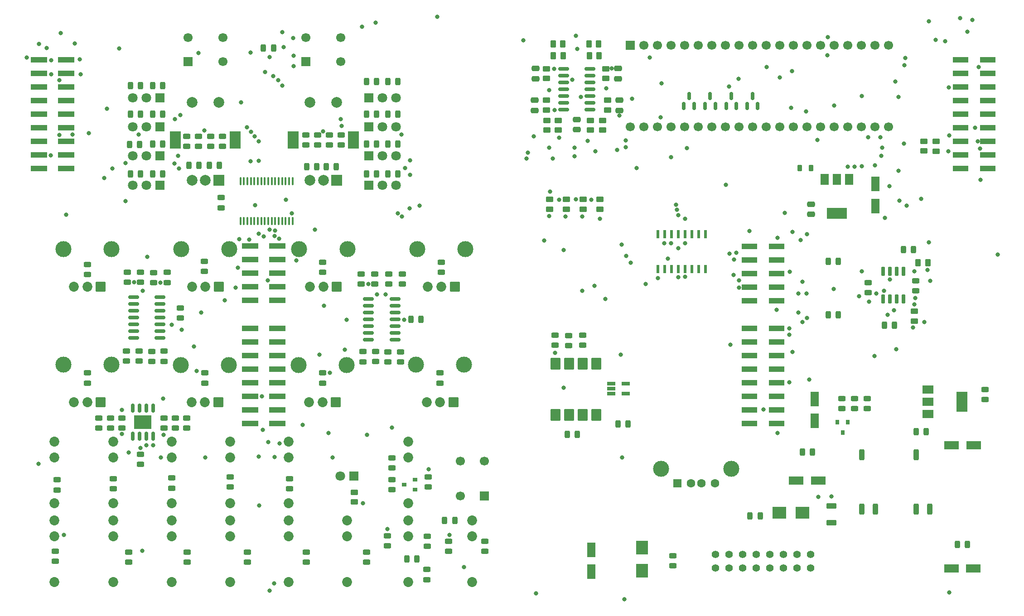
<source format=gbr>
%TF.GenerationSoftware,KiCad,Pcbnew,(6.0.10)*%
%TF.CreationDate,2023-02-08T13:20:31+00:00*%
%TF.ProjectId,fjol-daisy,666a6f6c-2d64-4616-9973-792e6b696361,rev?*%
%TF.SameCoordinates,Original*%
%TF.FileFunction,Soldermask,Top*%
%TF.FilePolarity,Negative*%
%FSLAX46Y46*%
G04 Gerber Fmt 4.6, Leading zero omitted, Abs format (unit mm)*
G04 Created by KiCad (PCBNEW (6.0.10)) date 2023-02-08 13:20:31*
%MOMM*%
%LPD*%
G01*
G04 APERTURE LIST*
G04 Aperture macros list*
%AMRoundRect*
0 Rectangle with rounded corners*
0 $1 Rounding radius*
0 $2 $3 $4 $5 $6 $7 $8 $9 X,Y pos of 4 corners*
0 Add a 4 corners polygon primitive as box body*
4,1,4,$2,$3,$4,$5,$6,$7,$8,$9,$2,$3,0*
0 Add four circle primitives for the rounded corners*
1,1,$1+$1,$2,$3*
1,1,$1+$1,$4,$5*
1,1,$1+$1,$6,$7*
1,1,$1+$1,$8,$9*
0 Add four rect primitives between the rounded corners*
20,1,$1+$1,$2,$3,$4,$5,0*
20,1,$1+$1,$4,$5,$6,$7,0*
20,1,$1+$1,$6,$7,$8,$9,0*
20,1,$1+$1,$8,$9,$2,$3,0*%
G04 Aperture macros list end*
%ADD10RoundRect,0.250000X0.700000X-0.275000X0.700000X0.275000X-0.700000X0.275000X-0.700000X-0.275000X0*%
%ADD11RoundRect,0.243750X-0.243750X-0.456250X0.243750X-0.456250X0.243750X0.456250X-0.243750X0.456250X0*%
%ADD12RoundRect,0.243750X0.243750X0.456250X-0.243750X0.456250X-0.243750X-0.456250X0.243750X-0.456250X0*%
%ADD13RoundRect,0.150000X0.150000X-0.725000X0.150000X0.725000X-0.150000X0.725000X-0.150000X-0.725000X0*%
%ADD14RoundRect,0.137500X0.137500X-0.662500X0.137500X0.662500X-0.137500X0.662500X-0.137500X-0.662500X0*%
%ADD15RoundRect,0.150000X0.825000X0.150000X-0.825000X0.150000X-0.825000X-0.150000X0.825000X-0.150000X0*%
%ADD16RoundRect,0.243750X-0.456250X0.243750X-0.456250X-0.243750X0.456250X-0.243750X0.456250X0.243750X0*%
%ADD17RoundRect,0.250000X1.137500X0.550000X-1.137500X0.550000X-1.137500X-0.550000X1.137500X-0.550000X0*%
%ADD18RoundRect,0.243750X0.456250X-0.243750X0.456250X0.243750X-0.456250X0.243750X-0.456250X-0.243750X0*%
%ADD19RoundRect,0.250000X0.550000X-1.137500X0.550000X1.137500X-0.550000X1.137500X-0.550000X-1.137500X0*%
%ADD20RoundRect,0.250000X-0.550000X1.137500X-0.550000X-1.137500X0.550000X-1.137500X0.550000X1.137500X0*%
%ADD21R,2.500000X2.300000*%
%ADD22R,2.300000X2.500000*%
%ADD23R,1.560000X0.650000*%
%ADD24R,3.150000X1.000000*%
%ADD25R,3.000000X1.000000*%
%ADD26R,0.900000X0.800000*%
%ADD27R,1.500000X2.000000*%
%ADD28R,3.800000X2.000000*%
%ADD29R,2.000000X1.500000*%
%ADD30R,2.000000X3.800000*%
%ADD31RoundRect,0.101600X-0.800000X-1.000000X0.800000X-1.000000X0.800000X1.000000X-0.800000X1.000000X0*%
%ADD32RoundRect,0.101600X0.800000X1.000000X-0.800000X1.000000X-0.800000X-1.000000X0.800000X-1.000000X0*%
%ADD33R,0.800000X0.900000*%
%ADD34RoundRect,0.250000X-1.137500X-0.550000X1.137500X-0.550000X1.137500X0.550000X-1.137500X0.550000X0*%
%ADD35RoundRect,0.100000X0.100000X-0.637500X0.100000X0.637500X-0.100000X0.637500X-0.100000X-0.637500X0*%
%ADD36RoundRect,0.150000X-0.150000X0.662500X-0.150000X-0.662500X0.150000X-0.662500X0.150000X0.662500X0*%
%ADD37R,3.200000X2.514000*%
%ADD38RoundRect,0.250000X0.450000X-0.262500X0.450000X0.262500X-0.450000X0.262500X-0.450000X-0.262500X0*%
%ADD39RoundRect,0.150000X0.150000X-0.587500X0.150000X0.587500X-0.150000X0.587500X-0.150000X-0.587500X0*%
%ADD40RoundRect,0.250000X-0.450000X0.262500X-0.450000X-0.262500X0.450000X-0.262500X0.450000X0.262500X0*%
%ADD41RoundRect,0.250000X-0.262500X-0.450000X0.262500X-0.450000X0.262500X0.450000X-0.262500X0.450000X0*%
%ADD42RoundRect,0.250000X0.475000X-0.250000X0.475000X0.250000X-0.475000X0.250000X-0.475000X-0.250000X0*%
%ADD43RoundRect,0.250000X0.250000X-0.800000X0.250000X0.800000X-0.250000X0.800000X-0.250000X-0.800000X0*%
%ADD44RoundRect,0.218750X0.218750X0.381250X-0.218750X0.381250X-0.218750X-0.381250X0.218750X-0.381250X0*%
%ADD45RoundRect,0.250000X-0.475000X0.250000X-0.475000X-0.250000X0.475000X-0.250000X0.475000X0.250000X0*%
%ADD46RoundRect,0.150000X-0.825000X-0.150000X0.825000X-0.150000X0.825000X0.150000X-0.825000X0.150000X0*%
%ADD47RoundRect,0.250000X0.262500X0.450000X-0.262500X0.450000X-0.262500X-0.450000X0.262500X-0.450000X0*%
%ADD48C,1.853200*%
%ADD49RoundRect,0.101600X-0.825000X0.825000X-0.825000X-0.825000X0.825000X-0.825000X0.825000X0.825000X0*%
%ADD50C,2.997200*%
%ADD51R,1.700000X1.700000*%
%ADD52C,1.700000*%
%ADD53C,1.422400*%
%ADD54R,2.000000X2.000000*%
%ADD55C,2.000000*%
%ADD56R,2.000000X3.200000*%
%ADD57R,1.800000X1.800000*%
%ADD58C,1.800000*%
%ADD59R,1.600000X1.500000*%
%ADD60C,1.600000*%
%ADD61C,3.000000*%
%ADD62C,0.800000*%
G04 APERTURE END LIST*
D10*
%TO.C,L1*%
X243370100Y-146263100D03*
X243370100Y-143113100D03*
%TD*%
D11*
%TO.C,D3*%
X194007500Y-129794000D03*
X195882500Y-129794000D03*
%TD*%
D12*
%TO.C,L2*%
X261061200Y-129235200D03*
X259186200Y-129235200D03*
%TD*%
D13*
%TO.C,U6*%
X252984000Y-104429000D03*
X254254000Y-104429000D03*
X255524000Y-104429000D03*
X256794000Y-104429000D03*
X256794000Y-99279000D03*
X255524000Y-99279000D03*
X254254000Y-99279000D03*
X252984000Y-99279000D03*
%TD*%
D14*
%TO.C,U8*%
X210905000Y-98875000D03*
X212175000Y-98875000D03*
X213445000Y-98875000D03*
X214715000Y-98875000D03*
X215985000Y-98875000D03*
X217255000Y-98875000D03*
X218525000Y-98875000D03*
X219795000Y-98875000D03*
X219795000Y-92375000D03*
X218525000Y-92375000D03*
X217255000Y-92375000D03*
X215985000Y-92375000D03*
X214715000Y-92375000D03*
X213445000Y-92375000D03*
X212175000Y-92375000D03*
X210905000Y-92375000D03*
%TD*%
D15*
%TO.C,U10*%
X161776838Y-112111780D03*
X161776838Y-110841780D03*
X161776838Y-109571780D03*
X161776838Y-108301780D03*
X161776838Y-107031780D03*
X161776838Y-105761780D03*
X161776838Y-104491780D03*
X156826838Y-104491780D03*
X156826838Y-105761780D03*
X156826838Y-107031780D03*
X156826838Y-108301780D03*
X156826838Y-109571780D03*
X156826838Y-110841780D03*
X156826838Y-112111780D03*
%TD*%
D16*
%TO.C,C1*%
X272034000Y-121388900D03*
X272034000Y-123263900D03*
%TD*%
D17*
%TO.C,C2*%
X269905500Y-131826000D03*
X265780500Y-131826000D03*
%TD*%
D18*
%TO.C,C4*%
X245322000Y-124951500D03*
X245322000Y-123076500D03*
%TD*%
D17*
%TO.C,C6*%
X240887500Y-138425000D03*
X236762500Y-138425000D03*
%TD*%
D19*
%TO.C,C7*%
X198500000Y-155450000D03*
X198500000Y-151325000D03*
%TD*%
D16*
%TO.C,C8*%
X108613438Y-126721180D03*
X108613438Y-128596180D03*
%TD*%
%TO.C,C9*%
X120725938Y-126708680D03*
X120725938Y-128583680D03*
%TD*%
%TO.C,C15*%
X259080000Y-101043500D03*
X259080000Y-102918500D03*
%TD*%
D18*
%TO.C,C16*%
X250190000Y-103299500D03*
X250190000Y-101424500D03*
%TD*%
D12*
%TO.C,C19*%
X239787500Y-133100000D03*
X237912500Y-133100000D03*
%TD*%
%TO.C,C30*%
X255137500Y-109325000D03*
X253262500Y-109325000D03*
%TD*%
D16*
%TO.C,C32*%
X116299638Y-114245379D03*
X116299638Y-116120379D03*
%TD*%
%TO.C,C33*%
X113962838Y-114194580D03*
X113962838Y-116069580D03*
%TD*%
D18*
%TO.C,C42*%
X158023372Y-101659313D03*
X158023372Y-99784313D03*
%TD*%
%TO.C,C35*%
X114216838Y-101356046D03*
X114216838Y-99481046D03*
%TD*%
D16*
%TO.C,C36*%
X121688438Y-106121180D03*
X121688438Y-107996180D03*
%TD*%
D12*
%TO.C,C37*%
X166663438Y-108296180D03*
X164788438Y-108296180D03*
%TD*%
D16*
%TO.C,C38*%
X158124972Y-114296180D03*
X158124972Y-116171180D03*
%TD*%
%TO.C,C40*%
X160478705Y-114351578D03*
X160478705Y-116226578D03*
%TD*%
D18*
%TO.C,C41*%
X160580305Y-101676246D03*
X160580305Y-99801246D03*
%TD*%
%TO.C,C34*%
X119195238Y-101374512D03*
X119195238Y-99499512D03*
%TD*%
D11*
%TO.C,C46*%
X171064338Y-145830280D03*
X172939338Y-145830280D03*
%TD*%
D20*
%TO.C,C44*%
X251550000Y-82937500D03*
X251550000Y-87062500D03*
%TD*%
D16*
%TO.C,C45*%
X129286000Y-85524100D03*
X129286000Y-87399100D03*
%TD*%
D21*
%TO.C,D1*%
X237925000Y-144425000D03*
X233625000Y-144425000D03*
%TD*%
D22*
%TO.C,D2*%
X207937100Y-155277600D03*
X207937100Y-150977600D03*
%TD*%
D23*
%TO.C,IC1*%
X202175000Y-120250000D03*
X202175000Y-121200000D03*
X202175000Y-122150000D03*
X204875000Y-122150000D03*
X204875000Y-120250000D03*
%TD*%
D24*
%TO.C,J6*%
X134730589Y-94591180D03*
X139780589Y-94591180D03*
X134730589Y-97131180D03*
X139780589Y-97131180D03*
X134730589Y-99671180D03*
X139780589Y-99671180D03*
X134730589Y-102211180D03*
X139780589Y-102211180D03*
X134730589Y-104751180D03*
X139780589Y-104751180D03*
%TD*%
D25*
%TO.C,J10*%
X233078100Y-94595000D03*
X228038100Y-94595000D03*
X233078100Y-97135000D03*
X228038100Y-97135000D03*
X233078100Y-99675000D03*
X228038100Y-99675000D03*
X233078100Y-102215000D03*
X228038100Y-102215000D03*
X233078100Y-104755000D03*
X228038100Y-104755000D03*
%TD*%
D12*
%TO.C,L4*%
X230012500Y-145050000D03*
X228137500Y-145050000D03*
%TD*%
D18*
%TO.C,L5*%
X213715600Y-154313100D03*
X213715600Y-152438100D03*
%TD*%
D11*
%TO.C,L7*%
X137200938Y-57546180D03*
X139075938Y-57546180D03*
%TD*%
D16*
%TO.C,L8*%
X171811338Y-149733780D03*
X171811338Y-151608780D03*
%TD*%
D18*
%TO.C,L9*%
X178605838Y-151642280D03*
X178605838Y-149767280D03*
%TD*%
D16*
%TO.C,L10*%
X167760038Y-155037780D03*
X167760038Y-156912780D03*
%TD*%
D12*
%TO.C,L11*%
X165905000Y-153030000D03*
X164030000Y-153030000D03*
%TD*%
D26*
%TO.C,Q1*%
X165488438Y-140121180D03*
X165488438Y-138221180D03*
X163488438Y-139171180D03*
%TD*%
D11*
%TO.C,R1*%
X203430900Y-127812800D03*
X205305900Y-127812800D03*
%TD*%
D16*
%TO.C,R3*%
X194221100Y-111290100D03*
X194221100Y-113165100D03*
%TD*%
D18*
%TO.C,R4*%
X196824600Y-113131600D03*
X196824600Y-111256600D03*
%TD*%
D16*
%TO.C,R2*%
X249986800Y-123065300D03*
X249986800Y-124940300D03*
%TD*%
D11*
%TO.C,R8*%
X242775500Y-97409000D03*
X244650500Y-97409000D03*
%TD*%
D16*
%TO.C,R11*%
X126273372Y-118286280D03*
X126273372Y-120161280D03*
%TD*%
%TO.C,R12*%
X130988438Y-137708680D03*
X130988438Y-139583680D03*
%TD*%
%TO.C,R13*%
X104310838Y-118286280D03*
X104310838Y-120161280D03*
%TD*%
%TO.C,R14*%
X142088438Y-138046180D03*
X142088438Y-139921180D03*
%TD*%
%TO.C,R28*%
X148238438Y-97596180D03*
X148238438Y-99471180D03*
%TD*%
%TO.C,R29*%
X145204838Y-151799280D03*
X145204838Y-153674280D03*
%TD*%
%TO.C,R17*%
X104310838Y-98046180D03*
X104310838Y-99921180D03*
%TD*%
%TO.C,R18*%
X122916338Y-151799280D03*
X122916338Y-153674280D03*
%TD*%
%TO.C,R19*%
X118636438Y-114228446D03*
X118636438Y-116103446D03*
%TD*%
%TO.C,R20*%
X111626038Y-114211513D03*
X111626038Y-116086513D03*
%TD*%
D18*
%TO.C,R34*%
X155466438Y-101642380D03*
X155466438Y-99767380D03*
%TD*%
%TO.C,R22*%
X111727638Y-101337580D03*
X111727638Y-99462580D03*
%TD*%
D16*
%TO.C,R23*%
X148235905Y-118286280D03*
X148235905Y-120161280D03*
%TD*%
%TO.C,R24*%
X111994338Y-151799280D03*
X111994338Y-153674280D03*
%TD*%
%TO.C,R25*%
X170198438Y-118286280D03*
X170198438Y-120161280D03*
%TD*%
%TO.C,R26*%
X170413438Y-97621180D03*
X170413438Y-99496180D03*
%TD*%
%TO.C,R27*%
X156507838Y-151799280D03*
X156507838Y-153674280D03*
%TD*%
%TO.C,R15*%
X126188438Y-97446180D03*
X126188438Y-99321180D03*
%TD*%
%TO.C,R16*%
X134219338Y-151799280D03*
X134219338Y-153674280D03*
%TD*%
%TO.C,R31*%
X155771238Y-114314646D03*
X155771238Y-116189646D03*
%TD*%
%TO.C,R32*%
X162832438Y-114333112D03*
X162832438Y-116208112D03*
%TD*%
D18*
%TO.C,R33*%
X163137238Y-101693179D03*
X163137238Y-99818179D03*
%TD*%
%TO.C,R21*%
X116706038Y-101392978D03*
X116706038Y-99517978D03*
%TD*%
D11*
%TO.C,R30*%
X160463438Y-63846180D03*
X162338438Y-63846180D03*
%TD*%
%TO.C,R35*%
X156438438Y-63846180D03*
X158313438Y-63846180D03*
%TD*%
D18*
%TO.C,R50*%
X167810838Y-150689780D03*
X167810838Y-148814780D03*
%TD*%
%TO.C,R54*%
X98638438Y-140146180D03*
X98638438Y-138271180D03*
%TD*%
%TO.C,R55*%
X98338438Y-153496180D03*
X98338438Y-151621180D03*
%TD*%
D11*
%TO.C,R36*%
X160463438Y-69946180D03*
X162338438Y-69946180D03*
%TD*%
%TO.C,R37*%
X156438438Y-69946180D03*
X158313438Y-69946180D03*
%TD*%
D18*
%TO.C,R38*%
X167988438Y-139571180D03*
X167988438Y-137696180D03*
%TD*%
%TO.C,R40*%
X161238438Y-136021180D03*
X161238438Y-134146180D03*
%TD*%
D15*
%TO.C,U9*%
X117898338Y-111730780D03*
X117898338Y-110460780D03*
X117898338Y-109190780D03*
X117898338Y-107920780D03*
X117898338Y-106650780D03*
X117898338Y-105380780D03*
X117898338Y-104110780D03*
X112948338Y-104110780D03*
X112948338Y-105380780D03*
X112948338Y-106650780D03*
X112948338Y-107920780D03*
X112948338Y-109190780D03*
X112948338Y-110460780D03*
X112948338Y-111730780D03*
%TD*%
D27*
%TO.C,U11*%
X246650000Y-82125000D03*
X244350000Y-82125000D03*
D28*
X244350000Y-88425000D03*
D27*
X242050000Y-82125000D03*
%TD*%
D29*
%TO.C,U2*%
X261390600Y-121372600D03*
D30*
X267690600Y-123672600D03*
D29*
X261390600Y-123672600D03*
X261390600Y-125972600D03*
%TD*%
D31*
%TO.C,U3*%
X191744600Y-126093100D03*
X194284600Y-126093100D03*
X196824600Y-126093100D03*
X199364600Y-126093100D03*
D32*
X199364600Y-116553100D03*
X196824600Y-116553100D03*
X194284600Y-116553100D03*
X191744600Y-116553100D03*
%TD*%
D33*
%TO.C,U4*%
X246364800Y-127473200D03*
X244464800Y-127473200D03*
X245414800Y-129473200D03*
%TD*%
D18*
%TO.C,L6*%
X247650000Y-124940300D03*
X247650000Y-123065300D03*
%TD*%
D11*
%TO.C,R52*%
X160463438Y-75521180D03*
X162338438Y-75521180D03*
%TD*%
D12*
%TO.C,R53*%
X158313438Y-75521180D03*
X156438438Y-75521180D03*
%TD*%
D34*
%TO.C,C10*%
X265755100Y-154838400D03*
X269880100Y-154838400D03*
%TD*%
D11*
%TO.C,C17*%
X266880100Y-150368000D03*
X268755100Y-150368000D03*
%TD*%
D20*
%TO.C,C5*%
X240172000Y-123126500D03*
X240172000Y-127251500D03*
%TD*%
D24*
%TO.C,J7*%
X134730589Y-109931180D03*
X139780589Y-109931180D03*
X134730589Y-112471180D03*
X139780589Y-112471180D03*
X134730589Y-115011180D03*
X139780589Y-115011180D03*
X134730589Y-117551180D03*
X139780589Y-117551180D03*
X134730589Y-120091180D03*
X139780589Y-120091180D03*
X134730589Y-122631180D03*
X139780589Y-122631180D03*
X134730589Y-125171180D03*
X139780589Y-125171180D03*
X134730589Y-127711180D03*
X139780589Y-127711180D03*
%TD*%
D25*
%TO.C,J8*%
X233078100Y-109935000D03*
X228038100Y-109935000D03*
X233078100Y-112475000D03*
X228038100Y-112475000D03*
X233078100Y-115015000D03*
X228038100Y-115015000D03*
X233078100Y-117555000D03*
X228038100Y-117555000D03*
X233078100Y-120095000D03*
X228038100Y-120095000D03*
X233078100Y-122635000D03*
X228038100Y-122635000D03*
X233078100Y-125175000D03*
X228038100Y-125175000D03*
X233078100Y-127715000D03*
X228038100Y-127715000D03*
%TD*%
D24*
%TO.C,J5*%
X100338838Y-80107780D03*
X95288838Y-80107780D03*
X100338838Y-77567780D03*
X95288838Y-77567780D03*
X100338838Y-75027780D03*
X95288838Y-75027780D03*
X100338838Y-72487780D03*
X95288838Y-72487780D03*
X100338838Y-69947780D03*
X95288838Y-69947780D03*
X100338838Y-67407780D03*
X95288838Y-67407780D03*
X100338838Y-64867780D03*
X95288838Y-64867780D03*
X100338838Y-62327780D03*
X95288838Y-62327780D03*
X100338838Y-59787780D03*
X95288838Y-59787780D03*
%TD*%
D25*
%TO.C,J9*%
X267476600Y-80111600D03*
X272516600Y-80111600D03*
X267476600Y-77571600D03*
X272516600Y-77571600D03*
X267476600Y-75031600D03*
X272516600Y-75031600D03*
X267476600Y-72491600D03*
X272516600Y-72491600D03*
X267476600Y-69951600D03*
X272516600Y-69951600D03*
X267476600Y-67411600D03*
X272516600Y-67411600D03*
X267476600Y-64871600D03*
X272516600Y-64871600D03*
X267476600Y-62331600D03*
X272516600Y-62331600D03*
X267476600Y-59791600D03*
X272516600Y-59791600D03*
%TD*%
D18*
%TO.C,R41*%
X161213438Y-140096180D03*
X161213438Y-138221180D03*
%TD*%
%TO.C,R51*%
X160394038Y-150613580D03*
X160394038Y-148738580D03*
%TD*%
%TO.C,C3*%
X191681100Y-113131600D03*
X191681100Y-111256600D03*
%TD*%
D11*
%TO.C,R7*%
X242775500Y-107442000D03*
X244650500Y-107442000D03*
%TD*%
D12*
%TO.C,C31*%
X258637500Y-95200000D03*
X256762500Y-95200000D03*
%TD*%
D11*
%TO.C,C39*%
X148963438Y-79746180D03*
X150838438Y-79746180D03*
%TD*%
D12*
%TO.C,C43*%
X147188438Y-79746180D03*
X145313438Y-79746180D03*
%TD*%
D11*
%TO.C,C51*%
X127063438Y-79496180D03*
X128938438Y-79496180D03*
%TD*%
D12*
%TO.C,C52*%
X125163438Y-79496180D03*
X123288438Y-79496180D03*
%TD*%
D18*
%TO.C,R82*%
X151688438Y-75696180D03*
X151688438Y-73821180D03*
%TD*%
%TO.C,R83*%
X149488438Y-75696180D03*
X149488438Y-73821180D03*
%TD*%
%TO.C,R84*%
X147288438Y-75696180D03*
X147288438Y-73821180D03*
%TD*%
D16*
%TO.C,R85*%
X145088438Y-73821180D03*
X145088438Y-75696180D03*
%TD*%
D18*
%TO.C,R86*%
X129588438Y-75946180D03*
X129588438Y-74071180D03*
%TD*%
%TO.C,R87*%
X127338438Y-75946180D03*
X127338438Y-74071180D03*
%TD*%
%TO.C,R88*%
X125088438Y-75946180D03*
X125088438Y-74071180D03*
%TD*%
D16*
%TO.C,R89*%
X122838438Y-74071180D03*
X122838438Y-75946180D03*
%TD*%
D11*
%TO.C,R64*%
X160463438Y-81046180D03*
X162338438Y-81046180D03*
%TD*%
D12*
%TO.C,R65*%
X158313438Y-81046180D03*
X156438438Y-81046180D03*
%TD*%
D18*
%TO.C,R66*%
X106463438Y-128596180D03*
X106463438Y-126721180D03*
%TD*%
D16*
%TO.C,R67*%
X109113438Y-138083680D03*
X109113438Y-139958680D03*
%TD*%
D18*
%TO.C,R68*%
X122863438Y-128583680D03*
X122863438Y-126708680D03*
%TD*%
D16*
%TO.C,R69*%
X120100938Y-137933680D03*
X120100938Y-139808680D03*
%TD*%
%TO.C,R70*%
X110763438Y-126721180D03*
X110763438Y-128596180D03*
%TD*%
%TO.C,R71*%
X118588438Y-126708680D03*
X118588438Y-128583680D03*
%TD*%
D12*
%TO.C,R72*%
X114263438Y-64571180D03*
X112388438Y-64571180D03*
%TD*%
%TO.C,R73*%
X118363438Y-64571180D03*
X116488438Y-64571180D03*
%TD*%
%TO.C,R74*%
X114263438Y-69946180D03*
X112388438Y-69946180D03*
%TD*%
%TO.C,R75*%
X118363438Y-69946180D03*
X116488438Y-69946180D03*
%TD*%
%TO.C,R76*%
X114069100Y-75590400D03*
X112194100Y-75590400D03*
%TD*%
%TO.C,R77*%
X118363438Y-75521180D03*
X116488438Y-75521180D03*
%TD*%
%TO.C,R78*%
X114263438Y-81046180D03*
X112388438Y-81046180D03*
%TD*%
%TO.C,R79*%
X118363438Y-81046180D03*
X116488438Y-81046180D03*
%TD*%
D35*
%TO.C,U12*%
X132894600Y-89869300D03*
X133544600Y-89869300D03*
X134194600Y-89869300D03*
X134844600Y-89869300D03*
X135494600Y-89869300D03*
X136144600Y-89869300D03*
X136794600Y-89869300D03*
X137444600Y-89869300D03*
X138094600Y-89869300D03*
X138744600Y-89869300D03*
X139394600Y-89869300D03*
X140044600Y-89869300D03*
X140694600Y-89869300D03*
X141344600Y-89869300D03*
X141994600Y-89869300D03*
X142644600Y-89869300D03*
X142644600Y-82444300D03*
X141994600Y-82444300D03*
X141344600Y-82444300D03*
X140694600Y-82444300D03*
X140044600Y-82444300D03*
X139394600Y-82444300D03*
X138744600Y-82444300D03*
X138094600Y-82444300D03*
X137444600Y-82444300D03*
X136794600Y-82444300D03*
X136144600Y-82444300D03*
X135494600Y-82444300D03*
X134844600Y-82444300D03*
X134194600Y-82444300D03*
X133544600Y-82444300D03*
X132894600Y-82444300D03*
%TD*%
D18*
%TO.C,C11*%
X114188438Y-135396180D03*
X114188438Y-133521180D03*
%TD*%
D36*
%TO.C,U13*%
X116568438Y-124858680D03*
X115298438Y-124858680D03*
X114028438Y-124858680D03*
X112758438Y-124858680D03*
X112758438Y-130133680D03*
X114028438Y-130133680D03*
X115298438Y-130133680D03*
X116568438Y-130133680D03*
D37*
X114663438Y-127496180D03*
%TD*%
D38*
%TO.C,R42*%
X262925000Y-76812500D03*
X262925000Y-74987500D03*
%TD*%
D39*
%TO.C,Q3*%
X219725000Y-68412500D03*
X221625000Y-68412500D03*
X220675000Y-66537500D03*
%TD*%
D40*
%TO.C,R56*%
X190075000Y-61417500D03*
X190075000Y-63242500D03*
%TD*%
D41*
%TO.C,R62*%
X198025000Y-56825000D03*
X199850000Y-56825000D03*
%TD*%
%TO.C,R45*%
X259512500Y-97700000D03*
X261337500Y-97700000D03*
%TD*%
D38*
%TO.C,R80*%
X201525000Y-69142500D03*
X201525000Y-67317500D03*
%TD*%
D40*
%TO.C,R10*%
X190175000Y-71062500D03*
X190175000Y-72887500D03*
%TD*%
%TO.C,R60*%
X200600000Y-71062500D03*
X200600000Y-72887500D03*
%TD*%
%TO.C,R61*%
X198325000Y-71062500D03*
X198325000Y-72887500D03*
%TD*%
D38*
%TO.C,R44*%
X258800000Y-108587500D03*
X258800000Y-106762500D03*
%TD*%
D40*
%TO.C,R49*%
X193808333Y-85837500D03*
X193808333Y-87662500D03*
%TD*%
D38*
%TO.C,R57*%
X190125000Y-69142500D03*
X190125000Y-67317500D03*
%TD*%
D40*
%TO.C,R48*%
X190675000Y-85837500D03*
X190675000Y-87662500D03*
%TD*%
D42*
%TO.C,C21*%
X187850000Y-69200000D03*
X187850000Y-67300000D03*
%TD*%
%TO.C,C24*%
X195725000Y-72825000D03*
X195725000Y-70925000D03*
%TD*%
D41*
%TO.C,R63*%
X198087500Y-59025000D03*
X199912500Y-59025000D03*
%TD*%
D39*
%TO.C,Q2*%
X215775000Y-68412500D03*
X217675000Y-68412500D03*
X216725000Y-66537500D03*
%TD*%
D40*
%TO.C,R58*%
X196941666Y-85837500D03*
X196941666Y-87662500D03*
%TD*%
D42*
%TO.C,C22*%
X203750000Y-69200000D03*
X203750000Y-67300000D03*
%TD*%
D38*
%TO.C,R5*%
X154200000Y-142405000D03*
X154200000Y-140580000D03*
%TD*%
D40*
%TO.C,R43*%
X260625000Y-74962500D03*
X260625000Y-76787500D03*
%TD*%
D43*
%TO.C,U1*%
X249047000Y-143713200D03*
X251587000Y-143713200D03*
X259207000Y-143713200D03*
X261747000Y-143713200D03*
X259207000Y-133613200D03*
X249047000Y-133613200D03*
%TD*%
D40*
%TO.C,R59*%
X200075000Y-85837500D03*
X200075000Y-87662500D03*
%TD*%
%TO.C,R81*%
X201150000Y-61417500D03*
X201150000Y-63242500D03*
%TD*%
D44*
%TO.C,L12*%
X239562500Y-79975000D03*
X237437500Y-79975000D03*
%TD*%
D45*
%TO.C,C23*%
X203425000Y-61400000D03*
X203425000Y-63300000D03*
%TD*%
D42*
%TO.C,C13*%
X239550000Y-88650000D03*
X239550000Y-86750000D03*
%TD*%
D46*
%TO.C,U7*%
X193300000Y-61415000D03*
X193300000Y-62685000D03*
X193300000Y-63955000D03*
X193300000Y-65225000D03*
X193300000Y-66495000D03*
X193300000Y-67765000D03*
X193300000Y-69035000D03*
X198250000Y-69035000D03*
X198250000Y-67765000D03*
X198250000Y-66495000D03*
X198250000Y-65225000D03*
X198250000Y-63955000D03*
X198250000Y-62685000D03*
X198250000Y-61415000D03*
%TD*%
D39*
%TO.C,Q4*%
X223675000Y-68412500D03*
X225575000Y-68412500D03*
X224625000Y-66537500D03*
%TD*%
%TO.C,Q5*%
X227625000Y-68412500D03*
X229525000Y-68412500D03*
X228575000Y-66537500D03*
%TD*%
D47*
%TO.C,R46*%
X193187500Y-59025000D03*
X191362500Y-59025000D03*
%TD*%
%TO.C,R47*%
X193137500Y-56825000D03*
X191312500Y-56825000D03*
%TD*%
D40*
%TO.C,R9*%
X192300000Y-71062500D03*
X192300000Y-72887500D03*
%TD*%
D45*
%TO.C,C20*%
X188025000Y-61400000D03*
X188025000Y-63300000D03*
%TD*%
D48*
%TO.C,CV-RAT1*%
X141912082Y-157358929D03*
X141912082Y-148858929D03*
X141912082Y-145858929D03*
%TD*%
%TO.C,CV-REL1*%
X109100602Y-157358929D03*
X109100602Y-148858929D03*
X109100602Y-145858929D03*
%TD*%
%TO.C,CV-PM1*%
X152849242Y-157358929D03*
X152849242Y-148858929D03*
X152849242Y-145858929D03*
%TD*%
%TO.C,CV-RAT2*%
X120037762Y-157358929D03*
X120037762Y-148858929D03*
X120037762Y-145858929D03*
%TD*%
%TO.C,CV-PM2*%
X130974922Y-157358929D03*
X130974922Y-148858929D03*
X130974922Y-145858929D03*
%TD*%
%TO.C,LEFT-OUT1*%
X98163438Y-142626929D03*
X98163438Y-134126929D03*
X98163438Y-131126929D03*
%TD*%
%TO.C,GATE-OUT1*%
X164286402Y-142626929D03*
X164286402Y-134126929D03*
X164286402Y-131126929D03*
%TD*%
%TO.C,RIGHT-OUT1*%
X98163438Y-157346180D03*
X98163438Y-148846180D03*
X98163438Y-145846180D03*
%TD*%
%TO.C,CV-CTL2*%
X130974922Y-142626929D03*
X130974922Y-134126929D03*
X130974922Y-131126929D03*
%TD*%
%TO.C,cv-cutoff1*%
X141912082Y-142626929D03*
X141912082Y-134126929D03*
X141912082Y-131126929D03*
%TD*%
D49*
%TO.C,ATTACK1*%
X172700338Y-123732280D03*
D48*
X170200338Y-123732280D03*
X167700338Y-123732280D03*
D50*
X174700338Y-116732280D03*
X165700338Y-116732280D03*
%TD*%
D49*
%TO.C,cutoff1*%
X128768338Y-123795780D03*
D48*
X126268338Y-123795780D03*
X123768338Y-123795780D03*
D50*
X130768338Y-116795780D03*
X121768338Y-116795780D03*
%TD*%
D49*
%TO.C,RELEASE1*%
X150734338Y-123795780D03*
D48*
X148234338Y-123795780D03*
X145734338Y-123795780D03*
D50*
X152734338Y-116795780D03*
X143734338Y-116795780D03*
%TD*%
D51*
%TO.C,sw-midi1*%
X178473562Y-141246180D03*
D52*
X178473562Y-134746180D03*
X173973562Y-141246180D03*
X173973562Y-134746180D03*
%TD*%
D49*
%TO.C,CTL2*%
X106802338Y-123747280D03*
D48*
X104302338Y-123747280D03*
X101802338Y-123747280D03*
D50*
X108802338Y-116747280D03*
X99802338Y-116747280D03*
%TD*%
D48*
%TO.C,MIDI-IN1*%
X176223562Y-157358929D03*
X176223562Y-148858929D03*
X176223562Y-145858929D03*
%TD*%
%TO.C,MIDI-THRU1*%
X164286402Y-157358929D03*
X164286402Y-148858929D03*
X164286402Y-145858929D03*
%TD*%
D53*
%TO.C,J1*%
X221698404Y-152196800D03*
X221698404Y-154736800D03*
X224238404Y-152196800D03*
X224238404Y-154736800D03*
X226778404Y-152196800D03*
X226778404Y-154736800D03*
X229318404Y-152196800D03*
X229318404Y-154736800D03*
X231858404Y-152196800D03*
X231858404Y-154736800D03*
X234398404Y-152196800D03*
X234398404Y-154736800D03*
X236938404Y-152196800D03*
X236938404Y-154736800D03*
X239478404Y-152196800D03*
X239478404Y-154736800D03*
%TD*%
D51*
%TO.C,sw-sel2*%
X123103372Y-60096180D03*
D52*
X129603372Y-60096180D03*
X123103372Y-55596180D03*
X129603372Y-55596180D03*
%TD*%
D54*
%TO.C,SW3*%
X150895905Y-82246180D03*
D55*
X145895905Y-82246180D03*
X148395905Y-82246180D03*
D56*
X153995905Y-74746180D03*
X142795905Y-74746180D03*
D55*
X145895905Y-67746180D03*
X150895905Y-67746180D03*
%TD*%
D54*
%TO.C,SW4*%
X128853372Y-82246180D03*
D55*
X123853372Y-82246180D03*
X126353372Y-82246180D03*
D56*
X120753372Y-74746180D03*
X131953372Y-74746180D03*
D55*
X123853372Y-67746180D03*
X128853372Y-67746180D03*
%TD*%
D48*
%TO.C,CV-CTL3*%
X120037762Y-142626929D03*
X120037762Y-134126929D03*
X120037762Y-131126929D03*
%TD*%
%TO.C,CV-CTL4*%
X109100602Y-142626929D03*
X109100602Y-134126929D03*
X109100602Y-131126929D03*
%TD*%
D57*
%TO.C,D5*%
X156867172Y-66821180D03*
D58*
X159407172Y-66821180D03*
X161947172Y-66821180D03*
%TD*%
D57*
%TO.C,D6*%
X156867172Y-72271180D03*
D58*
X159407172Y-72271180D03*
X161947172Y-72271180D03*
%TD*%
D57*
%TO.C,D7*%
X156867172Y-77721180D03*
D58*
X159407172Y-77721180D03*
X161947172Y-77721180D03*
%TD*%
D57*
%TO.C,D8*%
X156867172Y-83171180D03*
D58*
X159407172Y-83171180D03*
X161947172Y-83171180D03*
%TD*%
D57*
%TO.C,D9*%
X117882105Y-66821180D03*
D58*
X115342105Y-66821180D03*
X112802105Y-66821180D03*
%TD*%
D57*
%TO.C,D10*%
X117882105Y-72271180D03*
D58*
X115342105Y-72271180D03*
X112802105Y-72271180D03*
%TD*%
D57*
%TO.C,D11*%
X117882105Y-77721180D03*
D58*
X115342105Y-77721180D03*
X112802105Y-77721180D03*
%TD*%
D57*
%TO.C,D12*%
X117882105Y-83171180D03*
D58*
X115342105Y-83171180D03*
X112802105Y-83171180D03*
%TD*%
D51*
%TO.C,sw-sel1*%
X145145905Y-60096180D03*
D52*
X151645905Y-60096180D03*
X145145905Y-55596180D03*
X151645905Y-55596180D03*
%TD*%
D49*
%TO.C,PM2*%
X128853373Y-102133480D03*
D48*
X126353373Y-102133480D03*
X123853373Y-102133480D03*
D50*
X130853373Y-95133480D03*
X121853373Y-95133480D03*
%TD*%
D49*
%TO.C,RATIO1*%
X150895905Y-102133480D03*
D48*
X148395905Y-102133480D03*
X145895905Y-102133480D03*
D50*
X152895905Y-95133480D03*
X143895905Y-95133480D03*
%TD*%
D49*
%TO.C,RATIO2*%
X106810838Y-102133480D03*
D48*
X104310838Y-102133480D03*
X101810838Y-102133480D03*
D50*
X108810838Y-95133480D03*
X99810838Y-95133480D03*
%TD*%
D49*
%TO.C,PM1*%
X172938438Y-102133480D03*
D48*
X170438438Y-102133480D03*
X167938438Y-102133480D03*
D50*
X174938438Y-95133480D03*
X165938438Y-95133480D03*
%TD*%
D51*
%TO.C,A1*%
X205775000Y-57022500D03*
D52*
X208315000Y-57022500D03*
X210855000Y-57022500D03*
X213395000Y-57022500D03*
X215935000Y-57022500D03*
X218475000Y-57022500D03*
X221015000Y-57022500D03*
X223555000Y-57022500D03*
X226095000Y-57022500D03*
X228635000Y-57022500D03*
X231175000Y-57022500D03*
X233715000Y-57022500D03*
X236255000Y-57022500D03*
X238795000Y-57022500D03*
X241335000Y-57022500D03*
X243875000Y-57022500D03*
X246415000Y-57022500D03*
X248955000Y-57022500D03*
X251495000Y-57022500D03*
X254035000Y-57022500D03*
X254035000Y-72262500D03*
X251495000Y-72262500D03*
X248955000Y-72262500D03*
X246415000Y-72262500D03*
X243875000Y-72262500D03*
X241335000Y-72262500D03*
X238795000Y-72262500D03*
X236255000Y-72262500D03*
X233715000Y-72262500D03*
X231175000Y-72262500D03*
X228635000Y-72262500D03*
X226095000Y-72262500D03*
X223555000Y-72262500D03*
X221015000Y-72262500D03*
X218475000Y-72262500D03*
X215935000Y-72262500D03*
X213395000Y-72262500D03*
X210855000Y-72262500D03*
X208315000Y-72262500D03*
X205775000Y-72262500D03*
%TD*%
D59*
%TO.C,X1*%
X214570000Y-138880000D03*
D60*
X217070000Y-138880000D03*
X219070000Y-138880000D03*
X221570000Y-138880000D03*
D61*
X211500000Y-136170000D03*
X224640000Y-136170000D03*
%TD*%
D57*
%TO.C,D4*%
X154124242Y-137575000D03*
D58*
X151584242Y-137575000D03*
%TD*%
D62*
X158191200Y-52832000D03*
X125069600Y-58470800D03*
X274421600Y-96189800D03*
X225075000Y-100000000D03*
X214750000Y-100425000D03*
X212100000Y-94075000D03*
X228000000Y-91750000D03*
X215975000Y-94025000D03*
X225600000Y-95825000D03*
X271075000Y-76325000D03*
X211437500Y-70487500D03*
X205800000Y-97675000D03*
X196799200Y-102946200D03*
X235458000Y-109931200D03*
X251725000Y-103475000D03*
X258875000Y-105450000D03*
X255050000Y-106550000D03*
X261325000Y-99000000D03*
X235458000Y-111150400D03*
X254254000Y-100787200D03*
X248513600Y-103936800D03*
X248970800Y-99263200D03*
X236025000Y-91950000D03*
X261525000Y-93875000D03*
X240875000Y-141425000D03*
X260705600Y-108813600D03*
X243370100Y-141338300D03*
X236045900Y-114329100D03*
X140730000Y-54550000D03*
X107416600Y-81813400D03*
X142870000Y-58980000D03*
X142525000Y-88475000D03*
X111429800Y-79019400D03*
X138310000Y-59260000D03*
X111430000Y-86130000D03*
X141375000Y-85950000D03*
X137051438Y-128901180D03*
X142850000Y-60930000D03*
X142790000Y-55660000D03*
X107975400Y-68935600D03*
X120050000Y-109275000D03*
X113988438Y-126796180D03*
X140226438Y-131441180D03*
X115438438Y-126796180D03*
X108940600Y-80086200D03*
X110738438Y-125221180D03*
X115334438Y-131822180D03*
X129988438Y-104721180D03*
X224485200Y-113030000D03*
X201117200Y-104419400D03*
X197775000Y-74900000D03*
X204875000Y-76050000D03*
X251409200Y-115112800D03*
X204000000Y-114850000D03*
X191681100Y-114515900D03*
X189636400Y-93563600D03*
X204622400Y-160578800D03*
X265362500Y-159287500D03*
X204100000Y-94325000D03*
X148538438Y-105696180D03*
X147638438Y-114896180D03*
X247625000Y-79700000D03*
X193325000Y-95350000D03*
X95188438Y-135296180D03*
X121938438Y-110196180D03*
X125588438Y-106996180D03*
X99938438Y-148596180D03*
X138338438Y-158946180D03*
X136388438Y-143096180D03*
X171938438Y-148546180D03*
X136338438Y-133946180D03*
X144538438Y-127996180D03*
X174688438Y-154546180D03*
X92933209Y-59354409D03*
X97427438Y-77593180D03*
X134765438Y-78736180D03*
X134765438Y-58416180D03*
X132987438Y-67687180D03*
X155593438Y-53590180D03*
X148354438Y-73148180D03*
X140988438Y-57400180D03*
X169690438Y-51685180D03*
X126184938Y-72949680D03*
X257000000Y-60800000D03*
X257175000Y-59425000D03*
X155810000Y-142680000D03*
X168038438Y-136296180D03*
X136888438Y-122646180D03*
X185750000Y-56100000D03*
X203250000Y-76575000D03*
X233075000Y-106475000D03*
X186375000Y-78200000D03*
X191300000Y-78200000D03*
X192425000Y-74300000D03*
X195625000Y-55250000D03*
X199075000Y-101975000D03*
X140113438Y-93171180D03*
X156809638Y-101642380D03*
X134563438Y-93371180D03*
X113028572Y-101356046D03*
X143313438Y-97271180D03*
X158438438Y-103646180D03*
X146838438Y-91471180D03*
X159988438Y-103596180D03*
X137988438Y-100971180D03*
X139242800Y-92710000D03*
X117960106Y-101374512D03*
X131988438Y-102321180D03*
X114213438Y-132321180D03*
X163463438Y-108346180D03*
X124238438Y-113346180D03*
X152763438Y-108321180D03*
X116588438Y-131821180D03*
X225175000Y-97125000D03*
X212775000Y-96900000D03*
X210875000Y-100600000D03*
X226025000Y-102300000D03*
X215975000Y-100300000D03*
X226025000Y-101025000D03*
X258800000Y-99300000D03*
X234594400Y-88341200D03*
X261772400Y-101041200D03*
X190575000Y-65400000D03*
X230600000Y-125100000D03*
X206925000Y-79950000D03*
X211575000Y-64175000D03*
X250342400Y-105003600D03*
X237900000Y-101225000D03*
X193300000Y-121050000D03*
X255473200Y-113842800D03*
X235575000Y-99350000D03*
X208625000Y-101700000D03*
X201250000Y-65125000D03*
X188163200Y-159461200D03*
X250225000Y-74250000D03*
X259000000Y-104250000D03*
X206075000Y-67025000D03*
X249050000Y-66550000D03*
X243789200Y-102565200D03*
X252475000Y-74250000D03*
X195825000Y-57700000D03*
X260096000Y-85775800D03*
X253175000Y-102900000D03*
X204200000Y-134130000D03*
X237950000Y-108750000D03*
X187700000Y-74050000D03*
X253350000Y-89325000D03*
X253796800Y-107442000D03*
X258575000Y-109750000D03*
X124688438Y-117946180D03*
X126288438Y-134096180D03*
X138088438Y-131246180D03*
X114588438Y-151496180D03*
X149388438Y-129496180D03*
X149648338Y-118286280D03*
X161238438Y-128486562D03*
X156580000Y-129840000D03*
X152375000Y-113975000D03*
X110738438Y-129671180D03*
X112000938Y-133158680D03*
X118513438Y-129846180D03*
X118488438Y-123121180D03*
X118013438Y-134046180D03*
X136296400Y-92252800D03*
X137538438Y-61996180D03*
X137261600Y-92811600D03*
X139038438Y-62796180D03*
X138379200Y-91490800D03*
X139988438Y-63596180D03*
X139344400Y-91694000D03*
X140688438Y-64596180D03*
X166338438Y-86996180D03*
X164566600Y-78536800D03*
X162977180Y-73696180D03*
X164500000Y-87525000D03*
X163075000Y-89025000D03*
X164638438Y-81246180D03*
X162275000Y-88475000D03*
X163688438Y-79946180D03*
X134138438Y-72346180D03*
X113888438Y-73696180D03*
X121288438Y-77696180D03*
X134838438Y-73196180D03*
X135588438Y-74046180D03*
X120538438Y-79146180D03*
X121438438Y-80046180D03*
X136288438Y-74996180D03*
X132663438Y-93271180D03*
X115513438Y-96571180D03*
X150088438Y-134096180D03*
X160388438Y-147496180D03*
X209375000Y-59325000D03*
X204962500Y-96387500D03*
X233222800Y-129489200D03*
X224225000Y-64725000D03*
X255900000Y-80525000D03*
X271200000Y-82225000D03*
X255875000Y-66725000D03*
X233225000Y-93050000D03*
X213375000Y-94025000D03*
X114613438Y-102946180D03*
X132388438Y-98596180D03*
X139188438Y-157646180D03*
X139288438Y-133996180D03*
X110214420Y-57654180D03*
X120668438Y-70862180D03*
X97554438Y-59813180D03*
X96665438Y-57527180D03*
X102888438Y-59686180D03*
X121684438Y-70100180D03*
X97554438Y-62480180D03*
X95268438Y-56765180D03*
X101981000Y-56743600D03*
X151656438Y-70862180D03*
X103015438Y-62480180D03*
X151783438Y-72132180D03*
X268757400Y-54533800D03*
X265277600Y-64922400D03*
X231225000Y-61075000D03*
X248975000Y-79645000D03*
X238775000Y-108050000D03*
X235450000Y-120000000D03*
X239200000Y-119500000D03*
X238750000Y-92350000D03*
X238675000Y-103425000D03*
X237150000Y-103475000D03*
X251450000Y-79475000D03*
X237125000Y-106975000D03*
X237575000Y-93425000D03*
X269646400Y-52324000D03*
X267360400Y-51968400D03*
X264575000Y-56244200D03*
X270850000Y-61075000D03*
X261550000Y-52575000D03*
X242625000Y-55550000D03*
X242600000Y-58900000D03*
X262825000Y-56025000D03*
X99034600Y-63601600D03*
X99288600Y-54762400D03*
X214725000Y-94975000D03*
X224250000Y-96025000D03*
X256875000Y-75400000D03*
X265200000Y-76825000D03*
X226000000Y-63325000D03*
X255275000Y-63825000D03*
X99078438Y-73783180D03*
X136289438Y-78609180D03*
X233680000Y-63042800D03*
X265375000Y-73875000D03*
X270650000Y-74950000D03*
X235966000Y-61849000D03*
X194875000Y-63475000D03*
X235775000Y-68725000D03*
X196500000Y-66725000D03*
X191540000Y-61415000D03*
X135675000Y-86950000D03*
X101499218Y-73685400D03*
X100338438Y-88696180D03*
X104597200Y-73507600D03*
X254175000Y-83400000D03*
X270179800Y-72466200D03*
X238575000Y-69375000D03*
X203675000Y-70150000D03*
X240725000Y-74725000D03*
X191607500Y-69142500D03*
X243875000Y-68275000D03*
X202275000Y-61400000D03*
X223650000Y-83100000D03*
X246375000Y-79725000D03*
X186650000Y-77100000D03*
X190775000Y-84425000D03*
X199225000Y-76875000D03*
X192475000Y-85925000D03*
X195350000Y-76200000D03*
X195350000Y-77776200D03*
X190550000Y-76200000D03*
X195575000Y-85800000D03*
X204925000Y-74800000D03*
X198500000Y-85875000D03*
X190575000Y-88975000D03*
X214275000Y-86825000D03*
X193625000Y-89075000D03*
X214500000Y-87775000D03*
X196775000Y-89025000D03*
X214700000Y-88800000D03*
X216000000Y-89500000D03*
X200075000Y-89475000D03*
X216300000Y-76225000D03*
X252800000Y-76200000D03*
X257425000Y-87000000D03*
X256025000Y-86075000D03*
X213350000Y-77950000D03*
X252650000Y-77675000D03*
M02*

</source>
